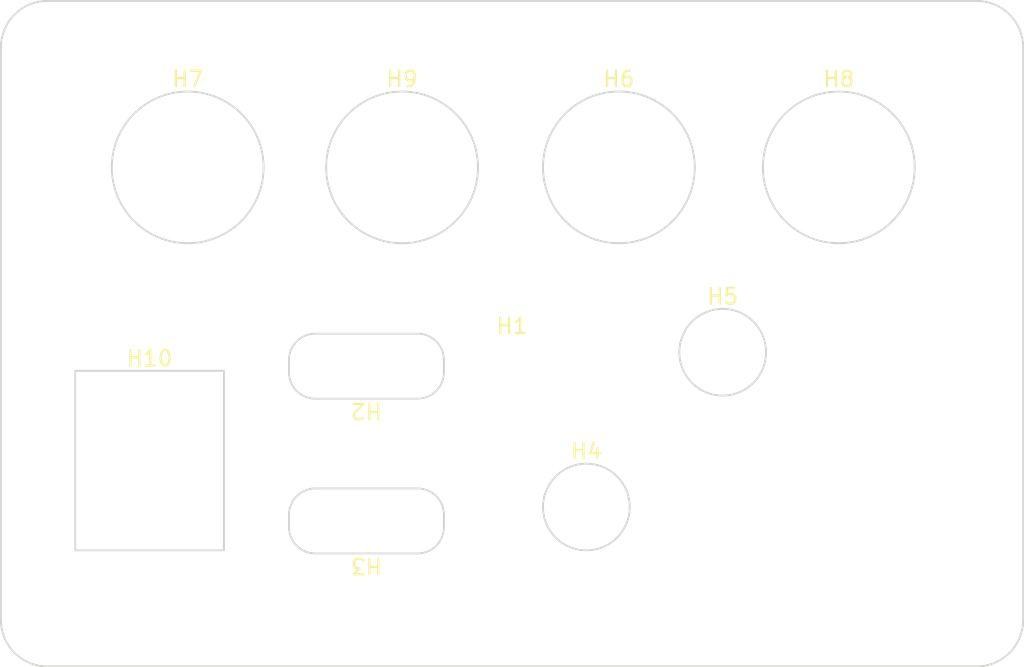
<source format=kicad_pcb>
(kicad_pcb (version 20211014) (generator pcbnew)
  (layers (0 "F.Cu" signal) (31 "B.Cu" signal) (34 "B.Paste" user) (35 "F.Paste" user) (36 "B.SilkS" user "B.Silkscreen") (37 "F.SilkS" user "F.Silkscreen") (38 "B.Mask" user) (39 "F.Mask" user) (44 "Edge.Cuts" user))
  (net 0 "")
  (footprint "FrontPanel-Footprints:PanelCutout_Banana_Jack_4mm_Deltron_571" (layer "F.Cu") (at 114.2 77.855)
    (fp_text reference "H9" (at 0 -5.7 unlocked) (layer "F.SilkS"))
    (fp_text value "SPK_R-")
    (fp_circle (center 0 0) (end 4.9 0) (layer "Edge.Cuts") (width 0.12) (fill none))
  )
  (footprint "FrontPanel-Footprints:PanelCutout_Barrel_Jack" (layer "F.Cu") (at 97.9 95.8)
    (fp_text reference "H10" (at 0 -5.6 unlocked) (layer "F.SilkS"))
    (fp_text value "Power")
    (fp_rect (start -4.8 -4.8) (end 4.8 6.8) (layer "Edge.Cuts") (width 0.12) (fill none))
  )
  (footprint "FrontPanel-Footprints:PanelCutout_USB-C" (layer "F.Cu") (at 111.9 100.7 180)
    (fp_text reference "H3" (at 0 -2.9 180 unlocked) (layer "F.SilkS"))
    (fp_text value "USB2")
    (fp_line (start -5 0.4) (end -5 -0.4) (layer "Edge.Cuts") (width 0.12))
    (fp_line (start 3.3 2.1) (end -3.3 2.1) (layer "Edge.Cuts") (width 0.12))
    (fp_line (start 5 -0.4) (end 5 0.4) (layer "Edge.Cuts") (width 0.12))
    (fp_line (start -3.3 -2.1) (end 3.3 -2.1) (layer "Edge.Cuts") (width 0.12))
    (fp_arc (start -5 -0.4) (mid -4.502082 -1.602082) (end -3.3 -2.1) (layer "Edge.Cuts") (width 0.12))
    (fp_arc (start 5 0.4) (mid 4.502082 1.602082) (end 3.3 2.1) (layer "Edge.Cuts") (width 0.12))
    (fp_arc (start 3.3 -2.1) (mid 4.502082 -1.602082) (end 5 -0.4) (layer "Edge.Cuts") (width 0.12))
    (fp_arc (start -3.3 2.1) (mid -4.502082 1.602082) (end -5 0.4) (layer "Edge.Cuts") (width 0.12))
  )
  (footprint "FrontPanel-Footprints:PanelCutout_Banana_Jack_4mm_Deltron_571" (layer "F.Cu") (at 100.36 77.855)
    (fp_text reference "H7" (at 0 -5.7 unlocked) (layer "F.SilkS"))
    (fp_text value "SPK_L-")
    (fp_circle (center 0 0) (end 4.9 0) (layer "Edge.Cuts") (width 0.12) (fill none))
  )
  (footprint "FrontPanel-Footprints:PanelCutout_USB-C" (layer "F.Cu") (at 111.9 90.7 180)
    (fp_text reference "H2" (at 0 -2.9 180 unlocked) (layer "F.SilkS"))
    (fp_text value "USB1")
    (fp_line (start 3.3 2.1) (end -3.3 2.1) (layer "Edge.Cuts") (width 0.12))
    (fp_line (start -5 0.4) (end -5 -0.4) (layer "Edge.Cuts") (width 0.12))
    (fp_line (start -3.3 -2.1) (end 3.3 -2.1) (layer "Edge.Cuts") (width 0.12))
    (fp_line (start 5 -0.4) (end 5 0.4) (layer "Edge.Cuts") (width 0.12))
    (fp_arc (start 5 0.4) (mid 4.502082 1.602082) (end 3.3 2.1) (layer "Edge.Cuts") (width 0.12))
    (fp_arc (start -3.3 2.1) (mid -4.502082 1.602082) (end -5 0.4) (layer "Edge.Cuts") (width 0.12))
    (fp_arc (start 3.3 -2.1) (mid 4.502082 -1.602082) (end 5 -0.4) (layer "Edge.Cuts") (width 0.12))
    (fp_arc (start -5 -0.4) (mid -4.502082 -1.602082) (end -3.3 -2.1) (layer "Edge.Cuts") (width 0.12))
  )
  (footprint "FrontPanel-Footprints:PanelCutout_Jack_3.5mm_Switchcraft_35RASMT4BHNTRX" (layer "F.Cu") (at 134.9 89.8)
    (fp_text reference "H5" (at 0 -3.6 unlocked) (layer "F.SilkS"))
    (fp_text value "Linein")
    (fp_circle (center 0 0) (end 2.8 0) (layer "Edge.Cuts") (width 0.12) (fill none))
  )
  (footprint "FrontPanel-Footprints:PanelCutout_Banana_Jack_4mm_Deltron_571" (layer "F.Cu") (at 142.4 77.855)
    (fp_text reference "H8" (at 0 -5.7 unlocked) (layer "F.SilkS"))
    (fp_text value "SPK_R+")
    (fp_circle (center 0 0) (end 4.9 0) (layer "Edge.Cuts") (width 0.12) (fill none))
  )
  (footprint "FrontPanel-Footprints:PanelCutout_Jack_3.5mm_Switchcraft_35RASMT4BHNTRX" (layer "F.Cu") (at 126.1 99.8)
    (fp_text reference "H4" (at 0 -3.6 unlocked) (layer "F.SilkS"))
    (fp_text value "Lineout")
    (fp_circle (center 0 0) (end 2.8 0) (layer "Edge.Cuts") (width 0.12) (fill none))
  )
  (footprint "FrontPanel-Footprints:EnclosureEndPlate_66x43mm" (layer "F.Cu") (at 121.3 88.6)
    (fp_text reference "H1" (at 0 -0.5 unlocked) (layer "F.SilkS"))
    (fp_text value "Enclosure")
    (fp_line (start -33 -18.5) (end -33 18.5) (layer "Edge.Cuts") (width 0.12))
    (fp_line (start 33 18.5) (end 33 -18.5) (layer "Edge.Cuts") (width 0.12))
    (fp_line (start 30 -21.5) (end -30 -21.5) (layer "Edge.Cuts") (width 0.12))
    (fp_line (start -30 21.5) (end 30 21.5) (layer "Edge.Cuts") (width 0.12))
    (fp_arc (start -33 -18.5) (mid -32.12132 -20.62132) (end -30 -21.5) (layer "Edge.Cuts") (width 0.12))
    (fp_arc (start 30 -21.5) (mid 32.12132 -20.62132) (end 33 -18.5) (layer "Edge.Cuts") (width 0.12))
    (fp_arc (start -30 21.5) (mid -32.12132 20.62132) (end -33 18.5) (layer "Edge.Cuts") (width 0.12))
    (fp_arc (start 33 18.5) (mid 32.12132 20.62132) (end 30 21.5) (layer "Edge.Cuts") (width 0.12))
  )
  (footprint "FrontPanel-Footprints:PanelCutout_Banana_Jack_4mm_Deltron_571" (layer "F.Cu") (at 128.2 77.855)
    (fp_text reference "H6" (at 0 -5.7 unlocked) (layer "F.SilkS"))
    (fp_text value "SPK_L+")
    (fp_circle (center 0 0) (end 4.9 0) (layer "Edge.Cuts") (width 0.12) (fill none))
  )
)
</source>
